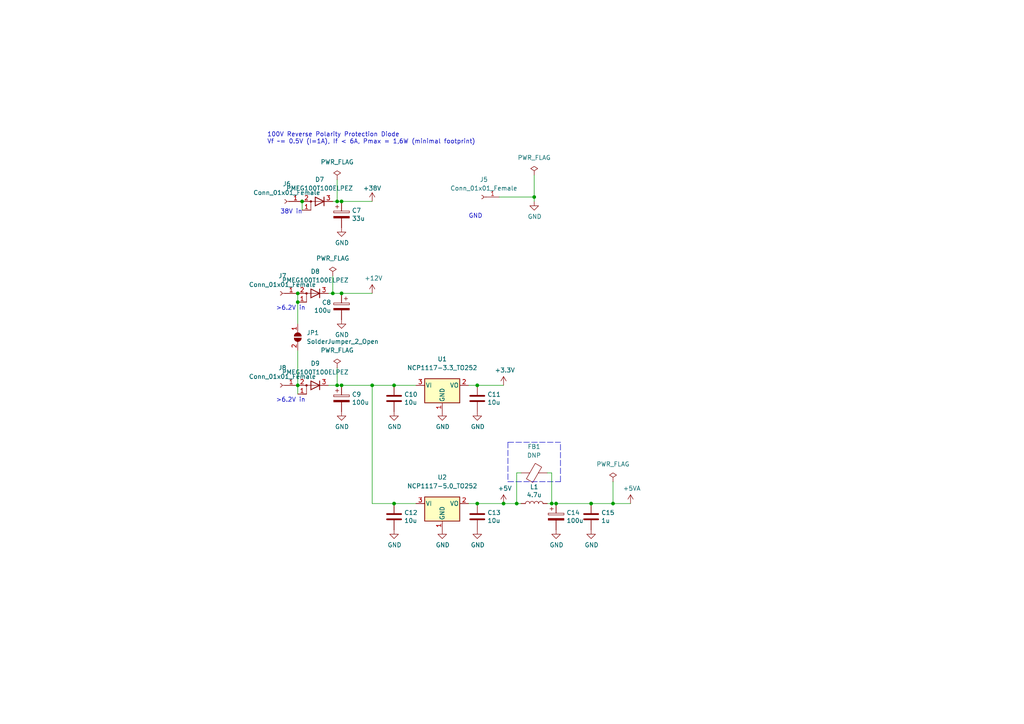
<source format=kicad_sch>
(kicad_sch (version 20211123) (generator eeschema)
  (paper "A4")
  (lib_symbols
    (symbol "Connector:Conn_01x01_Female" (pin_names (offset 1.016) hide)
      (property "Reference" "J" (at 0 2.54 0))
      (property "Value" "Conn_01x01_Female" (at 0 -2.54 0))
      (symbol "Conn_01x01_Female_1_1"
        (polyline (pts (xy -1.27 0) (xy -0.508 0)) (stroke (width 0.1524)))
        (arc (start 0 0.508) (mid -0.508 0) (end 0 -0.508) (stroke (width 0.1524)))
        (pin passive line (at -5.08 0 0) (length 3.81) (name "Pin_1") (number "1"))
      )
    )
    (symbol "Device:C" (pin_numbers hide) (pin_names (offset 0.254))
      (property "Reference" "C" (at 0.635 2.54 0))
      (property "Value" "C" (at 0.635 -2.54 0))
      (symbol "C_0_1"
        (polyline (pts (xy -2.032 -0.762) (xy 2.032 -0.762)) (stroke (width 0.508)))
        (polyline (pts (xy -2.032 0.762) (xy 2.032 0.762)) (stroke (width 0.508)))
      )
      (symbol "C_1_1"
        (pin passive line (at 0 3.81 270) (length 2.794) (name "~") (number "1"))
        (pin passive line (at 0 -3.81 90) (length 2.794) (name "~") (number "2"))
      )
    )
    (symbol "Device:C_Polarized" (pin_numbers hide) (pin_names (offset 0.254))
      (property "Reference" "C" (at 0.635 2.54 0))
      (property "Value" "C_Polarized" (at 0.635 -2.54 0))
      (symbol "C_Polarized_0_1"
        (rectangle (start -2.286 0.508) (end 2.286 1.016))
        (polyline (pts (xy -1.778 2.286) (xy -0.762 2.286)))
        (polyline (pts (xy -1.27 2.794) (xy -1.27 1.778)))
        (rectangle (start 2.286 -0.508) (end -2.286 -1.016) (fill (type outline)))
      )
      (symbol "C_Polarized_1_1"
        (pin passive line (at 0 3.81 270) (length 2.794) (name "~") (number "1"))
        (pin passive line (at 0 -3.81 90) (length 2.794) (name "~") (number "2"))
      )
    )
    (symbol "Device:D_AAK" (pin_names (offset 0) hide)
      (property "Reference" "D" (at 0 2.54 0))
      (property "Value" "D_AAK" (at 0 -2.54 0))
      (symbol "D_AAK_0_1"
        (polyline (pts (xy -1.27 1.27) (xy -1.27 -1.27)) (stroke (width 0.254)))
        (polyline (pts (xy 1.27 1.27) (xy 1.27 -1.27) (xy -1.27 0) (xy 1.27 1.27)) (stroke (width 0.254)))
        (polyline (pts (xy 3.81 2.54) (xy 2.54 2.54) (xy 2.54 0) (xy -1.27 0)))
        (circle (center 2.54 0) (radius 0.254) (fill (type outline)))
      )
      (symbol "D_AAK_1_1"
        (pin passive line (at 5.08 2.54 180) (length 2.54) (name "A") (number "1"))
        (pin passive line (at 5.08 0 180) (length 2.54) (name "A") (number "2"))
        (pin passive line (at -3.81 0 0) (length 2.54) (name "K") (number "3"))
      )
    )
    (symbol "Device:FerriteBead" (pin_numbers hide) (pin_names (offset 0))
      (property "Reference" "FB" (at -3.81 0.635 90))
      (property "Value" "FerriteBead" (at 3.81 0 90))
      (symbol "FerriteBead_0_1"
        (polyline (pts (xy 0 -1.27) (xy 0 -1.2192)))
        (polyline (pts (xy 0 1.27) (xy 0 1.2954)))
        (polyline (pts (xy -2.7686 0.4064) (xy -1.7018 2.2606) (xy 2.7686 -0.3048) (xy 1.6764 -2.159) (xy -2.7686 0.4064)))
      )
      (symbol "FerriteBead_1_1"
        (pin passive line (at 0 3.81 270) (length 2.54) (name "~") (number "1"))
        (pin passive line (at 0 -3.81 90) (length 2.54) (name "~") (number "2"))
      )
    )
    (symbol "Device:L" (pin_numbers hide) (pin_names (offset 1.016) hide)
      (property "Reference" "L" (at -1.27 0 90))
      (property "Value" "L" (at 1.905 0 90))
      (symbol "L_0_1"
        (arc (start 0 -2.54) (mid 0.635 -1.905) (end 0 -1.27))
        (arc (start 0 -1.27) (mid 0.635 -0.635) (end 0 0))
        (arc (start 0 0) (mid 0.635 0.635) (end 0 1.27))
        (arc (start 0 1.27) (mid 0.635 1.905) (end 0 2.54))
      )
      (symbol "L_1_1"
        (pin passive line (at 0 3.81 270) (length 1.27) (name "1") (number "1"))
        (pin passive line (at 0 -3.81 90) (length 1.27) (name "2") (number "2"))
      )
    )
    (symbol "Jumper:SolderJumper_2_Open" (pin_names (offset 0) hide)
      (property "Reference" "JP" (at 0 2.032 0))
      (property "Value" "SolderJumper_2_Open" (at 0 -2.54 0))
      (symbol "SolderJumper_2_Open_0_1"
        (arc (start -0.254 1.016) (mid -1.27 0) (end -0.254 -1.016))
        (arc (start -0.254 1.016) (mid -1.27 0) (end -0.254 -1.016) (fill (type outline)))
        (polyline (pts (xy -0.254 1.016) (xy -0.254 -1.016)))
        (polyline (pts (xy 0.254 1.016) (xy 0.254 -1.016)))
        (arc (start 0.254 -1.016) (mid 1.27 0) (end 0.254 1.016))
        (arc (start 0.254 -1.016) (mid 1.27 0) (end 0.254 1.016) (fill (type outline)))
      )
      (symbol "SolderJumper_2_Open_1_1"
        (pin passive line (at -3.81 0 0) (length 2.54) (name "A") (number "1"))
        (pin passive line (at 3.81 0 180) (length 2.54) (name "B") (number "2"))
      )
    )
    (symbol "Regulator_Linear:NCP1117-3.3_TO252" (pin_names (offset 0.254))
      (property "Reference" "U" (at -3.81 3.175 0))
      (property "Value" "NCP1117-3.3_TO252" (at 0 3.175 0))
      (symbol "NCP1117-3.3_TO252_0_1"
        (rectangle (start -5.08 1.905) (end 5.08 -5.08) (stroke (width 0.254)) (fill (type background)))
      )
      (symbol "NCP1117-3.3_TO252_1_1"
        (pin power_in line (at 0 -7.62 90) (length 2.54) (name "GND") (number "1"))
        (pin power_out line (at 7.62 0 180) (length 2.54) (name "VO") (number "2"))
        (pin power_in line (at -7.62 0 0) (length 2.54) (name "VI") (number "3"))
      )
    )
    (symbol "Regulator_Linear:NCP1117-5.0_TO252" (pin_names (offset 0.254))
      (property "Reference" "U" (at -3.81 3.175 0))
      (property "Value" "NCP1117-5.0_TO252" (at 0 3.175 0))
      (symbol "NCP1117-5.0_TO252_0_1"
        (rectangle (start -5.08 1.905) (end 5.08 -5.08) (stroke (width 0.254)) (fill (type background)))
      )
      (symbol "NCP1117-5.0_TO252_1_1"
        (pin power_in line (at 0 -7.62 90) (length 2.54) (name "GND") (number "1"))
        (pin power_out line (at 7.62 0 180) (length 2.54) (name "VO") (number "2"))
        (pin power_in line (at -7.62 0 0) (length 2.54) (name "VI") (number "3"))
      )
    )
    (symbol "UserLibrary:+38V" (power) (pin_names (offset 0))
      (property "Value" "+38V" (at 0 3.81 0))
      (symbol "+38V_0_1"
        (polyline (pts (xy -0.762 1.27) (xy 0 2.54)))
        (polyline (pts (xy 0 0) (xy 0 2.54)))
        (polyline (pts (xy 0 2.54) (xy 0.762 1.27)))
      )
      (symbol "+38V_1_1"
        (pin power_in line (at 0 0 90) (length 0) hide (name "+38V") (number "1"))
      )
    )
    (symbol "power:+12V" (power) (pin_names (offset 0))
      (property "Value" "+12V" (at 0 3.556 0))
      (symbol "+12V_0_1"
        (polyline (pts (xy -0.762 1.27) (xy 0 2.54)))
        (polyline (pts (xy 0 0) (xy 0 2.54)))
        (polyline (pts (xy 0 2.54) (xy 0.762 1.27)))
      )
      (symbol "+12V_1_1"
        (pin power_in line (at 0 0 90) (length 0) hide (name "+12V") (number "1"))
      )
    )
    (symbol "power:+3.3V" (power) (pin_names (offset 0))
      (property "Value" "+3.3V" (at 0 3.556 0))
      (symbol "+3.3V_0_1"
        (polyline (pts (xy -0.762 1.27) (xy 0 2.54)))
        (polyline (pts (xy 0 0) (xy 0 2.54)))
        (polyline (pts (xy 0 2.54) (xy 0.762 1.27)))
      )
      (symbol "+3.3V_1_1"
        (pin power_in line (at 0 0 90) (length 0) hide (name "+3.3V") (number "1"))
      )
    )
    (symbol "power:+5V" (power) (pin_names (offset 0))
      (property "Value" "+5V" (at 0 3.556 0))
      (symbol "+5V_0_1"
        (polyline (pts (xy -0.762 1.27) (xy 0 2.54)))
        (polyline (pts (xy 0 0) (xy 0 2.54)))
        (polyline (pts (xy 0 2.54) (xy 0.762 1.27)))
      )
      (symbol "+5V_1_1"
        (pin power_in line (at 0 0 90) (length 0) hide (name "+5V") (number "1"))
      )
    )
    (symbol "power:+5VA" (power) (pin_names (offset 0))
      (property "Value" "+5VA" (at 0 3.556 0))
      (symbol "+5VA_0_1"
        (polyline (pts (xy -0.762 1.27) (xy 0 2.54)))
        (polyline (pts (xy 0 0) (xy 0 2.54)))
        (polyline (pts (xy 0 2.54) (xy 0.762 1.27)))
      )
      (symbol "+5VA_1_1"
        (pin power_in line (at 0 0 90) (length 0) hide (name "+5VA") (number "1"))
      )
    )
    (symbol "power:GND" (power) (pin_names (offset 0))
      (property "Value" "GND" (at 0 -3.81 0))
      (symbol "GND_0_1"
        (polyline (pts (xy 0 0) (xy 0 -1.27) (xy 1.27 -1.27) (xy 0 -2.54) (xy -1.27 -1.27) (xy 0 -1.27)))
      )
      (symbol "GND_1_1"
        (pin power_in line (at 0 0 270) (length 0) hide (name "GND") (number "1"))
      )
    )
    (symbol "power:PWR_FLAG" (power) (pin_numbers hide) (pin_names (offset 0) hide)
      (property "Value" "PWR_FLAG" (at 0 3.81 0))
      (symbol "PWR_FLAG_0_0"
        (pin power_out line (at 0 0 90) (length 0) (name "pwr") (number "1"))
      )
      (symbol "PWR_FLAG_0_1"
        (polyline (pts (xy 0 0) (xy 0 1.27) (xy -1.016 1.905) (xy 0 2.54) (xy 1.016 1.905) (xy 0 1.27)))
      )
    )
  )
  (junction (at 86.36 85.09))
  (junction (at 161.29 146.05))
  (junction (at 86.36 87.63))
  (junction (at 138.43 111.76))
  (junction (at 107.95 111.76))
  (junction (at 87.63 58.42))
  (junction (at 97.79 58.42))
  (junction (at 149.86 146.05))
  (junction (at 99.06 85.09))
  (junction (at 138.43 146.05))
  (junction (at 99.06 111.76))
  (junction (at 154.94 57.15))
  (junction (at 160.02 146.05))
  (junction (at 97.79 111.76))
  (junction (at 171.45 146.05))
  (junction (at 114.3 146.05))
  (junction (at 99.06 58.42))
  (junction (at 177.8 146.05))
  (junction (at 96.52 85.09))
  (junction (at 114.3 111.76))
  (junction (at 146.05 146.05))
  (junction (at 86.36 111.76))
  (wire (pts (xy 146.05 146.05) (xy 149.86 146.05)))
  (wire (pts (xy 158.75 146.05) (xy 160.02 146.05)))
  (wire (pts (xy 96.52 85.09) (xy 99.06 85.09)))
  (wire (pts (xy 158.75 137.16) (xy 160.02 137.16)))
  (wire (pts (xy 160.02 146.05) (xy 161.29 146.05)))
  (wire (pts (xy 87.63 58.42) (xy 87.63 60.96)))
  (wire (pts (xy 138.43 146.05) (xy 146.05 146.05)))
  (wire (pts (xy 99.06 111.76) (xy 107.95 111.76)))
  (wire (pts (xy 114.3 111.76) (xy 120.65 111.76)))
  (wire (pts (xy 86.36 85.09) (xy 86.36 87.63)))
  (wire (pts (xy 107.95 146.05) (xy 107.95 111.76)))
  (polyline (pts (xy 147.32 139.7) (xy 162.56 139.7)))
  (wire (pts (xy 96.52 80.01) (xy 96.52 85.09)))
  (wire (pts (xy 86.36 87.63) (xy 86.36 93.98)))
  (wire (pts (xy 99.06 85.09) (xy 107.95 85.09)))
  (wire (pts (xy 149.86 146.05) (xy 149.86 137.16)))
  (wire (pts (xy 114.3 146.05) (xy 120.65 146.05)))
  (wire (pts (xy 161.29 146.05) (xy 171.45 146.05)))
  (wire (pts (xy 107.95 111.76) (xy 114.3 111.76)))
  (wire (pts (xy 99.06 58.42) (xy 107.95 58.42)))
  (wire (pts (xy 86.36 111.76) (xy 86.36 114.3)))
  (wire (pts (xy 135.89 111.76) (xy 138.43 111.76)))
  (wire (pts (xy 95.25 85.09) (xy 96.52 85.09)))
  (wire (pts (xy 160.02 137.16) (xy 160.02 146.05)))
  (wire (pts (xy 97.79 52.07) (xy 97.79 58.42)))
  (wire (pts (xy 135.89 146.05) (xy 138.43 146.05)))
  (polyline (pts (xy 147.32 128.27) (xy 162.56 128.27)))
  (wire (pts (xy 177.8 139.7) (xy 177.8 146.05)))
  (wire (pts (xy 149.86 137.16) (xy 151.13 137.16)))
  (wire (pts (xy 97.79 111.76) (xy 99.06 111.76)))
  (wire (pts (xy 149.86 146.05) (xy 151.13 146.05)))
  (wire (pts (xy 86.36 101.6) (xy 86.36 111.76)))
  (wire (pts (xy 97.79 58.42) (xy 99.06 58.42)))
  (wire (pts (xy 154.94 57.15) (xy 154.94 58.42)))
  (wire (pts (xy 171.45 146.05) (xy 177.8 146.05)))
  (wire (pts (xy 97.79 106.68) (xy 97.79 111.76)))
  (wire (pts (xy 138.43 111.76) (xy 146.05 111.76)))
  (wire (pts (xy 107.95 146.05) (xy 114.3 146.05)))
  (wire (pts (xy 144.78 57.15) (xy 154.94 57.15)))
  (polyline (pts (xy 147.32 128.27) (xy 147.32 139.7)))
  (wire (pts (xy 96.52 58.42) (xy 97.79 58.42)))
  (wire (pts (xy 154.94 50.8) (xy 154.94 57.15)))
  (wire (pts (xy 95.25 111.76) (xy 97.79 111.76)))
  (polyline (pts (xy 162.56 139.7) (xy 162.56 128.27)))
  (wire (pts (xy 177.8 146.05) (xy 182.88 146.05)))
  (text "38V in" (at 81.28 62.23 0) (effects (font (size 1.27 1.27)) (justify left bottom)))
  (text ">6.2V in" (at 80.01 116.84 0) (effects (font (size 1.27 1.27)) (justify left bottom)))
  (text "GND" (at 135.89 63.5 0) (effects (font (size 1.27 1.27)) (justify left bottom)))
  (text ">6.2V in" (at 80.01 90.17 0) (effects (font (size 1.27 1.27)) (justify left bottom)))
  (text "100V Reverse Polarity Protection Diode\nVf ~= 0.5V (I=1A), If < 6A, Pmax = 1,6W (minimal footprint)" (at 77.47 41.91 0) (effects (font (size 1.27 1.27)) (justify left bottom)))
  (symbol (lib_id "power:GND") (at 171.45 153.67 0) (unit 1)
    (property "Reference" "#PWR032" (effects hide))
    (property "Value" "GND" (at 171.577 158.0642 0))
  )
  (symbol (lib_id "Device:C_Polarized") (at 99.06 88.9 0) (mirror y) (unit 1)
    (property "Reference" "C8" (at 96.0628 87.7316 0) (effects (justify left)))
    (property "Value" "100u" (at 96.0628 90.043 0) (effects (justify left)))
    (property "Footprint" "Capacitor_SMD:CP_Elec_6.3x7.7" (effects hide))
  )
  (symbol (lib_id "Connector:Conn_01x01_Female") (at 82.55 58.42 180) (unit 1)
    (property "Reference" "J6" (at 83.185 53.34 0))
    (property "Value" "Conn_01x01_Female" (at 83.185 55.88 0))
    (property "Footprint" "footprints:BananaJack_24.243" (effects hide))
  )
  (symbol (lib_id "power:+3.3V") (at 146.05 111.76 0) (unit 1)
    (property "Reference" "#PWR021" (effects hide))
    (property "Value" "+3.3V" (at 146.431 107.3658 0))
  )
  (symbol (lib_id "Device:C") (at 171.45 149.86 0) (unit 1)
    (property "Reference" "C15" (at 174.371 148.6916 0) (effects (justify left)))
    (property "Value" "1u" (at 174.371 151.003 0) (effects (justify left)))
    (property "Footprint" "Capacitor_SMD:C_0603_1608Metric_Pad1.08x0.95mm_HandSolder" (effects hide))
  )
  (symbol (lib_id "power:GND") (at 114.3 119.38 0) (unit 1)
    (property "Reference" "#PWR023" (effects hide))
    (property "Value" "GND" (at 114.427 123.7742 0))
  )
  (symbol (lib_id "Device:C") (at 114.3 115.57 0) (unit 1)
    (property "Reference" "C10" (at 117.221 114.4016 0) (effects (justify left)))
    (property "Value" "10u" (at 117.221 116.713 0) (effects (justify left)))
    (property "Footprint" "Capacitor_SMD:C_0603_1608Metric_Pad1.08x0.95mm_HandSolder" (effects hide))
  )
  (symbol (lib_id "Regulator_Linear:NCP1117-5.0_TO252") (at 128.27 146.05 0) (unit 1)
    (property "Reference" "U2" (at 128.27 138.43 0))
    (property "Value" "NCP1117-5.0_TO252" (at 128.27 140.97 0))
    (property "Footprint" "Package_TO_SOT_SMD:TO-252-2" (effects hide))
    (property "Datasheet" "http://www.onsemi.com/pub_link/Collateral/NCP1117-D.PDF" (effects hide))
  )
  (symbol (lib_id "Connector:Conn_01x01_Female") (at 81.28 111.76 180) (unit 1)
    (property "Reference" "J8" (at 81.915 106.68 0))
    (property "Value" "Conn_01x01_Female" (at 81.915 109.22 0))
    (property "Footprint" "footprints:BananaJack_24.243" (effects hide))
  )
  (symbol (lib_id "Device:C_Polarized") (at 99.06 62.23 0) (unit 1)
    (property "Reference" "C7" (at 102.0572 61.0616 0) (effects (justify left)))
    (property "Value" "33u" (at 102.0572 63.373 0) (effects (justify left)))
    (property "Footprint" "Capacitor_SMD:CP_Elec_10x10.5" (effects hide))
  )
  (symbol (lib_id "power:GND") (at 99.06 92.71 0) (unit 1)
    (property "Reference" "#PWR020" (effects hide))
    (property "Value" "GND" (at 99.187 97.1042 0))
  )
  (symbol (lib_id "Device:C_Polarized") (at 161.29 149.86 0) (unit 1)
    (property "Reference" "C14" (at 164.2872 148.6916 0) (effects (justify left)))
    (property "Value" "100u" (at 164.2872 151.003 0) (effects (justify left)))
    (property "Footprint" "Capacitor_SMD:CP_Elec_6.3x7.7" (effects hide))
  )
  (symbol (lib_id "power:GND") (at 99.06 66.04 0) (unit 1)
    (property "Reference" "#PWR018" (effects hide))
    (property "Value" "GND" (at 99.187 70.4342 0))
  )
  (symbol (lib_id "Device:FerriteBead") (at 154.94 137.16 90) (unit 1)
    (property "Reference" "FB1" (at 154.8892 129.54 90))
    (property "Value" "DNP" (at 154.8892 132.08 90))
    (property "Footprint" "Inductor_SMD:L_0603_1608Metric_Pad1.05x0.95mm_HandSolder" (effects hide))
  )
  (symbol (lib_id "power:PWR_FLAG") (at 97.79 106.68 0) (unit 1)
    (property "Reference" "#FLG04" (effects hide))
    (property "Value" "PWR_FLAG" (at 97.79 101.6 0))
  )
  (symbol (lib_id "Device:C_Polarized") (at 99.06 115.57 0) (unit 1)
    (property "Reference" "C9" (at 102.0572 114.4016 0) (effects (justify left)))
    (property "Value" "100u" (at 102.0572 116.713 0) (effects (justify left)))
    (property "Footprint" "Capacitor_SMD:CP_Elec_6.3x7.7" (effects hide))
  )
  (symbol (lib_id "UserLibrary:+38V") (at 107.95 58.42 0) (unit 1)
    (property "Reference" "#PWR016" (effects hide))
    (property "Value" "+38V" (at 107.95 54.61 0))
  )
  (symbol (lib_id "power:GND") (at 154.94 58.42 0) (unit 1)
    (property "Reference" "#PWR017" (effects hide))
    (property "Value" "GND" (at 155.067 62.8142 0))
  )
  (symbol (lib_id "power:+5VA") (at 182.88 146.05 0) (unit 1)
    (property "Reference" "#PWR027" (effects hide))
    (property "Value" "+5VA" (at 183.261 141.6558 0))
  )
  (symbol (lib_id "power:GND") (at 99.06 119.38 0) (unit 1)
    (property "Reference" "#PWR022" (effects hide))
    (property "Value" "GND" (at 99.187 123.7742 0))
  )
  (symbol (lib_id "power:GND") (at 138.43 119.38 0) (unit 1)
    (property "Reference" "#PWR025" (effects hide))
    (property "Value" "GND" (at 138.557 123.7742 0))
  )
  (symbol (lib_id "Device:C") (at 138.43 115.57 0) (unit 1)
    (property "Reference" "C11" (at 141.351 114.4016 0) (effects (justify left)))
    (property "Value" "10u" (at 141.351 116.713 0) (effects (justify left)))
    (property "Footprint" "Capacitor_SMD:C_0603_1608Metric_Pad1.08x0.95mm_HandSolder" (effects hide))
  )
  (symbol (lib_id "power:GND") (at 114.3 153.67 0) (unit 1)
    (property "Reference" "#PWR028" (effects hide))
    (property "Value" "GND" (at 114.427 158.0642 0))
  )
  (symbol (lib_id "power:PWR_FLAG") (at 154.94 50.8 0) (unit 1)
    (property "Reference" "#FLG01" (effects hide))
    (property "Value" "PWR_FLAG" (at 154.94 45.72 0))
  )
  (symbol (lib_id "power:GND") (at 138.43 153.67 0) (unit 1)
    (property "Reference" "#PWR030" (effects hide))
    (property "Value" "GND" (at 138.557 158.0642 0))
  )
  (symbol (lib_id "Device:D_AAK") (at 92.71 58.42 180) (unit 1)
    (property "Reference" "D7" (at 92.71 52.07 0))
    (property "Value" "PMEG100T100ELPEZ" (at 92.71 54.61 0))
    (property "Footprint" "Package_TO_SOT_SMD:Nexperia_CFP15_SOT-1289" (effects hide))
  )
  (symbol (lib_id "power:PWR_FLAG") (at 96.52 80.01 0) (unit 1)
    (property "Reference" "#FLG03" (effects hide))
    (property "Value" "PWR_FLAG" (at 96.52 74.93 0))
  )
  (symbol (lib_id "power:PWR_FLAG") (at 97.79 52.07 0) (unit 1)
    (property "Reference" "#FLG02" (effects hide))
    (property "Value" "PWR_FLAG" (at 97.79 46.99 0))
  )
  (symbol (lib_id "Connector:Conn_01x01_Female") (at 139.7 57.15 180) (unit 1)
    (property "Reference" "J5" (at 140.335 52.07 0))
    (property "Value" "Conn_01x01_Female" (at 140.335 54.61 0))
    (property "Footprint" "footprints:BananaJack_24.243" (effects hide))
  )
  (symbol (lib_id "power:GND") (at 128.27 119.38 0) (unit 1)
    (property "Reference" "#PWR024" (effects hide))
    (property "Value" "GND" (at 128.397 123.7742 0))
  )
  (symbol (lib_id "power:PWR_FLAG") (at 177.8 139.7 0) (unit 1)
    (property "Reference" "#FLG05" (effects hide))
    (property "Value" "PWR_FLAG" (at 177.8 134.62 0))
  )
  (symbol (lib_id "Regulator_Linear:NCP1117-3.3_TO252") (at 128.27 111.76 0) (unit 1)
    (property "Reference" "U1" (at 128.27 104.14 0))
    (property "Value" "NCP1117-3.3_TO252" (at 128.27 106.68 0))
    (property "Footprint" "Package_TO_SOT_SMD:TO-252-2" (effects hide))
    (property "Datasheet" "http://www.onsemi.com/pub_link/Collateral/NCP1117-D.PDF" (effects hide))
  )
  (symbol (lib_id "Device:D_AAK") (at 91.44 85.09 180) (unit 1)
    (property "Reference" "D8" (at 91.44 78.74 0))
    (property "Value" "PMEG100T100ELPEZ" (at 91.44 81.28 0))
    (property "Footprint" "Package_TO_SOT_SMD:Nexperia_CFP15_SOT-1289" (effects hide))
  )
  (symbol (lib_id "Device:L") (at 154.94 146.05 90) (unit 1)
    (property "Reference" "L1" (at 154.94 141.224 90))
    (property "Value" "4.7u" (at 154.94 143.5354 90))
    (property "Footprint" "Inductor_SMD:L_Wuerth_MAPI-4030" (effects hide))
  )
  (symbol (lib_id "power:GND") (at 161.29 153.67 0) (unit 1)
    (property "Reference" "#PWR031" (effects hide))
    (property "Value" "GND" (at 161.417 158.0642 0))
  )
  (symbol (lib_id "power:+5V") (at 146.05 146.05 0) (unit 1)
    (property "Reference" "#PWR026" (effects hide))
    (property "Value" "+5V" (at 146.431 141.6558 0))
  )
  (symbol (lib_id "power:+12V") (at 107.95 85.09 0) (unit 1)
    (property "Reference" "#PWR019" (effects hide))
    (property "Value" "+12V" (at 108.331 80.6958 0))
  )
  (symbol (lib_id "Device:C") (at 138.43 149.86 0) (unit 1)
    (property "Reference" "C13" (at 141.351 148.6916 0) (effects (justify left)))
    (property "Value" "10u" (at 141.351 151.003 0) (effects (justify left)))
    (property "Footprint" "Capacitor_SMD:C_0603_1608Metric_Pad1.08x0.95mm_HandSolder" (effects hide))
  )
  (symbol (lib_id "Jumper:SolderJumper_2_Open") (at 86.36 97.79 270) (unit 1) (in_bom no) (on_board no)
    (property "Reference" "JP1" (at 88.9 96.5199 90) (effects (justify left)))
    (property "Value" "SolderJumper_2_Open" (at 88.9 99.0599 90) (effects (justify left)))
    (property "Footprint" "Jumper:SolderJumper-2_P1.3mm_Open_TrianglePad1.0x1.5mm" (effects hide))
  )
  (symbol (lib_id "power:GND") (at 128.27 153.67 0) (unit 1)
    (property "Reference" "#PWR029" (effects hide))
    (property "Value" "GND" (at 128.397 158.0642 0))
  )
  (symbol (lib_id "Connector:Conn_01x01_Female") (at 81.28 85.09 180) (unit 1)
    (property "Reference" "J7" (at 81.915 80.01 0))
    (property "Value" "Conn_01x01_Female" (at 81.915 82.55 0))
    (property "Footprint" "footprints:BananaJack_24.243" (effects hide))
  )
  (symbol (lib_id "Device:C") (at 114.3 149.86 0) (unit 1)
    (property "Reference" "C12" (at 117.221 148.6916 0) (effects (justify left)))
    (property "Value" "10u" (at 117.221 151.003 0) (effects (justify left)))
    (property "Footprint" "Capacitor_SMD:C_0603_1608Metric_Pad1.08x0.95mm_HandSolder" (effects hide))
  )
  (symbol (lib_id "Device:D_AAK") (at 91.44 111.76 180) (unit 1)
    (property "Reference" "D9" (at 91.44 105.41 0))
    (property "Value" "PMEG100T100ELPEZ" (at 91.44 107.95 0))
    (property "Footprint" "Package_TO_SOT_SMD:Nexperia_CFP15_SOT-1289" (effects hide))
    (property "Datasheet" "https://www.mouser.de/datasheet/2/916/PMEG100T100ELPE-1948285.pdf" (effects hide))
  )
)
</source>
